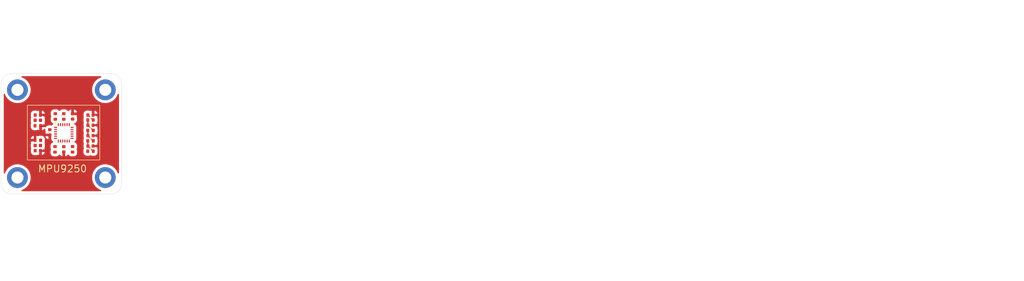
<source format=kicad_pcb>
(kicad_pcb (version 20241229) (generator "pcbnew") (generator_version "9.0")
  (layers (0 "F.Cu" signal) (4 "In1.Cu" signal) (6 "In2.Cu" signal) (2 "B.Cu" signal) (13 "F.Paste" user) (15 "B.Paste" user) (5 "F.SilkS" user "F.Silkscreen") (7 "B.SilkS" user "B.Silkscreen") (1 "F.Mask" user) (3 "B.Mask" user) (25 "Edge.Cuts" user))
  (net 0 "")
  (net 1 "LowPassFilter.STAGE3_OUT")
  (net 2 "gnd_GND")
  (net 3 "Imu.MPU9250.CS_PULLUP")
  (net 4 "PowerLed.L")
  (net 5 "Imu.LED.L")
  (net 6 "Imu.MPU9250.REGOUT")
  (net 7 "Imu.NC")
  (net 8 "Imu.NC_2")
  (net 9 "Imu.NC_3")
  (net 10 "LowPassFilter.STAGE1_OUT")
  (net 11 "SENSOR_OUT")
  (net 12 "i2c_SDA")
  (net 13 "MCU_IN")
  (net 14 "vcc_VCC")
  (net 15 "i2c_SCL")
  (net 16 "LowPassFilter.STAGE2_OUT")
  (net 17 "M0.P1")
  (net 18 "M1.P1")
  (net 19 "M2.P1")
  (net 20 "M3.P1")
  (footprint "MountingHole_2.2mm_M2_DIN965_Pad_TopBottom:MountingHole_2.2mm_M2_DIN965_Pad_TopBottom" (layer "F.Cu") (at 97.393 95.07)
    (property "Reference" "H4" (hide yes))
    (property "Value" "M2 DIN965 TopBottom" (hide yes))
    (pad "1" thru_hole circle (at 0 0) (size 2.6 2.6) (drill 2.2) (layers "*.Cu" "*.Mask") (net 20 "M3.P1"))
    (pad "1" connect circle (at 0 0) (size 3.8 3.8) (layers "F.Cu" "F.Mask") (net 20 "M3.P1"))
    (pad "1" connect circle (at 0 0) (size 3.8 3.8) (layers "B.Cu" "B.Mask") (net 20 "M3.P1"))
  )
  (footprint "C_0402_1005Metric:C_0402_1005Metric" (layer "F.Cu") (at 91.435499 99.920001 90)
    (property "Reference" "C3" (hide yes))
    (property "Value" "100nF" (hide yes))
    (fp_line (start -0.107836 -0.36) (end 0.107836 -0.36) (stroke (width 0.12)) (layer "F.SilkS"))
    (fp_line (start -0.107836 0.36) (end 0.107836 0.36) (stroke (width 0.12)) (layer "F.SilkS"))
    (pad "1" smd roundrect (at -0.48 0 90) (size 0.56 0.62) (layers "F.Cu" "F.Mask" "F.Paste") (net 14 "vcc_VCC"))
    (pad "2" smd roundrect (at 0.48 0 90) (size 0.56 0.62) (layers "F.Cu" "F.Mask" "F.Paste") (net 2 "gnd_GND"))
  )
  (footprint "C_0402_1005Metric:C_0402_1005Metric" (layer "F.Cu") (at 94.702999 103.420001)
    (property "Reference" "C6" (hide yes))
    (property "Value" "10nF" (hide yes))
    (fp_line (start -0.107836 -0.36) (end 0.107836 -0.36) (stroke (width 0.12)) (layer "F.SilkS"))
    (fp_line (start -0.107836 0.36) (end 0.107836 0.36) (stroke (width 0.12)) (layer "F.SilkS"))
    (pad "1" smd roundrect (at -0.48 0) (size 0.56 0.62) (layers "F.Cu" "F.Mask" "F.Paste") (net 16 "LowPassFilter.STAGE2_OUT"))
    (pad "2" smd roundrect (at 0.48 0) (size 0.56 0.62) (layers "F.Cu" "F.Mask" "F.Paste") (net 2 "gnd_GND"))
  )
  (footprint "LED_0402_1005Metric:LED_0402_1005Metric" (layer "F.Cu") (at 85.102999 100.620001)
    (property "Reference" "D1" (hide yes))
    (property "Value" "LED GREEN" (hide yes))
    (fp_circle (center -1.09 0) (end -1.04 0) (stroke (width 0.1)) (fill no) (layer "F.SilkS"))
    (pad "1" smd roundrect (at -0.485 0) (size 0.59 0.64) (layers "F.Cu" "F.Mask" "F.Paste") (net 5 "Imu.LED.L"))
    (pad "2" smd roundrect (at 0.485 0) (size 0.59 0.64) (layers "F.Cu" "F.Mask" "F.Paste") (net 14 "vcc_VCC"))
  )
  (footprint "C_0402_1005Metric:C_0402_1005Metric" (layer "F.Cu") (at 94.702999 101.520001)
    (property "Reference" "C7" (hide yes))
    (property "Value" "10nF" (hide yes))
    (fp_line (start -0.107836 -0.36) (end 0.107836 -0.36) (stroke (width 0.12)) (layer "F.SilkS"))
    (fp_line (start -0.107836 0.36) (end 0.107836 0.36) (stroke (width 0.12)) (layer "F.SilkS"))
    (pad "1" smd roundrect (at -0.48 0) (size 0.56 0.62) (layers "F.Cu" "F.Mask" "F.Paste") (net 1 "LowPassFilter.STAGE3_OUT"))
    (pad "2" smd roundrect (at 0.48 0) (size 0.56 0.62) (layers "F.Cu" "F.Mask" "F.Paste") (net 2 "gnd_GND"))
  )
  (footprint "C_0402_1005Metric:C_0402_1005Metric" (layer "F.Cu") (at 87.285499 102.820001 -90)
    (property "Reference" "C4" (hide yes))
    (property "Value" "10nF" (hide yes))
    (fp_line (start -0.107836 0.36) (end 0.107836 0.36) (stroke (width 0.12)) (layer "F.SilkS"))
    (fp_line (start -0.107836 -0.36) (end 0.107836 -0.36) (stroke (width 0.12)) (layer "F.SilkS"))
    (pad "1" smd roundrect (at -0.48 0 270) (size 0.56 0.62) (layers "F.Cu" "F.Mask" "F.Paste") (net 14 "vcc_VCC"))
    (pad "2" smd roundrect (at 0.48 0 270) (size 0.56 0.62) (layers "F.Cu" "F.Mask" "F.Paste") (net 2 "gnd_GND"))
  )
  (footprint "C_0402_1005Metric:C_0402_1005Metric" (layer "F.Cu") (at 89.835499 105.920001 -90)
    (property "Reference" "C2" (hide yes))
    (property "Value" "100nF" (hide yes))
    (fp_line (start -0.107836 0.36) (end 0.107836 0.36) (stroke (width 0.12)) (layer "F.SilkS"))
    (fp_line (start -0.107836 -0.36) (end 0.107836 -0.36) (stroke (width 0.12)) (layer "F.SilkS"))
    (pad "1" smd roundrect (at -0.48 0 270) (size 0.56 0.62) (layers "F.Cu" "F.Mask" "F.Paste") (net 6 "Imu.MPU9250.REGOUT"))
    (pad "2" smd roundrect (at 0.48 0 270) (size 0.56 0.62) (layers "F.Cu" "F.Mask" "F.Paste") (net 2 "gnd_GND"))
  )
  (footprint "R_0402_1005Metric:R_0402_1005Metric" (layer "F.Cu") (at 85.102999 101.620001)
    (property "Reference" "R1" (hide yes))
    (property "Value" "1k" (hide yes))
    (fp_line (start -0.153641 -0.38) (end 0.153641 -0.38) (stroke (width 0.12)) (layer "F.SilkS"))
    (fp_line (start -0.153641 0.38) (end 0.153641 0.38) (stroke (width 0.12)) (layer "F.SilkS"))
    (pad "1" smd roundrect (at -0.51 0) (size 0.54 0.64) (layers "F.Cu" "F.Mask" "F.Paste") (net 5 "Imu.LED.L"))
    (pad "2" smd roundrect (at 0.51 0) (size 0.54 0.64) (layers "F.Cu" "F.Mask" "F.Paste") (net 2 "gnd_GND"))
  )
  (footprint "MountingHole_2.2mm_M2_DIN965_Pad_TopBottom:MountingHole_2.2mm_M2_DIN965_Pad_TopBottom" (layer "F.Cu") (at 81.393 111.07)
    (property "Reference" "H1" (hide yes))
    (property "Value" "M2 DIN965 TopBottom" (hide yes))
    (pad "1" thru_hole circle (at 0 0) (size 2.6 2.6) (drill 2.2) (layers "*.Cu" "*.Mask") (net 17 "M0.P1"))
    (pad "1" connect circle (at 0 0) (size 3.8 3.8) (layers "F.Cu" "F.Mask") (net 17 "M0.P1"))
    (pad "1" connect circle (at 0 0) (size 3.8 3.8) (layers "B.Cu" "B.Mask") (net 17 "M0.P1"))
  )
  (footprint "R_0402_1005Metric:R_0402_1005Metric" (layer "F.Cu") (at 85.102999 104.270001 180)
    (property "Reference" "R10" (hide yes))
    (property "Value" "1k" (hide yes))
    (fp_line (start -0.153641 0.38) (end 0.153641 0.38) (stroke (width 0.12)) (layer "F.SilkS"))
    (fp_line (start -0.153641 -0.38) (end 0.153641 -0.38) (stroke (width 0.12)) (layer "F.SilkS"))
    (pad "1" smd roundrect (at -0.509999 0 180) (size 0.54 0.64) (layers "F.Cu" "F.Mask" "F.Paste") (net 4 "PowerLed.L"))
    (pad "2" smd roundrect (at 0.509999 0 180) (size 0.54 0.64) (layers "F.Cu" "F.Mask" "F.Paste") (net 2 "gnd_GND"))
  )
  (footprint "R_0402_1005Metric:R_0402_1005Metric" (layer "F.Cu") (at 94.702999 104.37)
    (property "Reference" "R7" (hide yes))
    (property "Value" "820" (hide yes))
    (fp_line (start -0.153641 -0.38) (end 0.153641 -0.38) (stroke (width 0.12)) (layer "F.SilkS"))
    (fp_line (start -0.153641 0.38) (end 0.153641 0.38) (stroke (width 0.12)) (layer "F.SilkS"))
    (pad "1" smd roundrect (at -0.509999 0) (size 0.54 0.64) (layers "F.Cu" "F.Mask" "F.Paste") (net 10 "LowPassFilter.STAGE1_OUT"))
    (pad "2" smd roundrect (at 0.509999 0) (size 0.54 0.64) (layers "F.Cu" "F.Mask" "F.Paste") (net 16 "LowPassFilter.STAGE2_OUT"))
  )
  (footprint "C_0402_1005Metric:C_0402_1005Metric" (layer "F.Cu") (at 85.102999 99.670001)
    (property "Reference" "C1" (hide yes))
    (property "Value" "100nF" (hide yes))
    (fp_line (start -0.107836 -0.36) (end 0.107836 -0.36) (stroke (width 0.12)) (layer "F.SilkS"))
    (fp_line (start -0.107836 0.36) (end 0.107836 0.36) (stroke (width 0.12)) (layer "F.SilkS"))
    (pad "1" smd roundrect (at -0.48 0) (size 0.56 0.62) (layers "F.Cu" "F.Mask" "F.Paste") (net 14 "vcc_VCC"))
    (pad "2" smd roundrect (at 0.48 0) (size 0.56 0.62) (layers "F.Cu" "F.Mask" "F.Paste") (net 2 "gnd_GND"))
  )
  (footprint "R_0402_1005Metric:R_0402_1005Metric" (layer "F.Cu") (at 94.702999 100.57)
    (property "Reference" "R9" (hide yes))
    (property "Value" "820" (hide yes))
    (fp_line (start -0.153641 -0.38) (end 0.153641 -0.38) (stroke (width 0.12)) (layer "F.SilkS"))
    (fp_line (start -0.153641 0.38) (end 0.153641 0.38) (stroke (width 0.12)) (layer "F.SilkS"))
    (pad "1" smd roundrect (at -0.509999 0) (size 0.54 0.64) (layers "F.Cu" "F.Mask" "F.Paste") (net 1 "LowPassFilter.STAGE3_OUT"))
    (pad "2" smd roundrect (at 0.509999 0) (size 0.54 0.64) (layers "F.Cu" "F.Mask" "F.Paste") (net 13 "MCU_IN"))
  )
  (footprint "MountingHole_2.2mm_M2_DIN965_Pad_TopBottom:MountingHole_2.2mm_M2_DIN965_Pad_TopBottom" (layer "F.Cu") (at 97.393 111.07)
    (property "Reference" "H3" (hide yes))
    (property "Value" "M2 DIN965 TopBottom" (hide yes))
    (pad "1" thru_hole circle (at 0 0) (size 2.6 2.6) (drill 2.2) (layers "*.Cu" "*.Mask") (net 19 "M2.P1"))
    (pad "1" connect circle (at 0 0) (size 3.8 3.8) (layers "F.Cu" "F.Mask") (net 19 "M2.P1"))
    (pad "1" connect circle (at 0 0) (size 3.8 3.8) (layers "B.Cu" "B.Mask") (net 19 "M2.P1"))
  )
  (footprint "LED_0402_1005Metric:LED_0402_1005Metric" (layer "F.Cu") (at 85.102999 105.220001)
    (property "Reference" "D2" (hide yes))
    (property "Value" "LED GREEN" (hide yes))
    (fp_circle (center -1.09 0) (end -1.04 0) (stroke (width 0.1)) (fill no) (layer "F.SilkS"))
    (pad "1" smd roundrect (at -0.485 0) (size 0.59 0.64) (layers "F.Cu" "F.Mask" "F.Paste") (net 4 "PowerLed.L"))
    (pad "2" smd roundrect (at 0.485 0) (size 0.59 0.64) (layers "F.Cu" "F.Mask" "F.Paste") (net 14 "vcc_VCC"))
  )
  (footprint "C_0402_1005Metric:C_0402_1005Metric" (layer "F.Cu") (at 94.702999 99.67)
    (property "Reference" "C8" (hide yes))
    (property "Value" "10nF" (hide yes))
    (fp_line (start -0.107836 -0.36) (end 0.107836 -0.36) (stroke (width 0.12)) (layer "F.SilkS"))
    (fp_line (start -0.107836 0.36) (end 0.107836 0.36) (stroke (width 0.12)) (layer "F.SilkS"))
    (pad "1" smd roundrect (at -0.48 0) (size 0.56 0.62) (layers "F.Cu" "F.Mask" "F.Paste") (net 13 "MCU_IN"))
    (pad "2" smd roundrect (at 0.48 0) (size 0.56 0.62) (layers "F.Cu" "F.Mask" "F.Paste") (net 2 "gnd_GND"))
  )
  (footprint "R_0402_1005Metric:R_0402_1005Metric" (layer "F.Cu") (at 91.435499 105.920001 -90)
    (property "Reference" "R5" (hide yes))
    (property "Value" "10k" (hide yes))
    (fp_line (start -0.153641 0.38) (end 0.153641 0.38) (stroke (width 0.12)) (layer "F.SilkS"))
    (fp_line (start -0.153641 -0.38) (end 0.153641 -0.38) (stroke (width 0.12)) (layer "F.SilkS"))
    (pad "1" smd roundrect (at -0.509999 0 270) (size 0.54 0.64) (layers "F.Cu" "F.Mask" "F.Paste") (net 11 "SENSOR_OUT"))
    (pad "2" smd roundrect (at 0.509999 0 270) (size 0.54 0.64) (layers "F.Cu" "F.Mask" "F.Paste") (net 14 "vcc_VCC"))
  )
  (footprint "R_0402_1005Metric:R_0402_1005Metric" (layer "F.Cu") (at 89.835499 99.920001 90)
    (property "Reference" "R3" (hide yes))
    (property "Value" "4.7k" (hide yes))
    (fp_line (start -0.153641 -0.38) (end 0.153641 -0.38) (stroke (width 0.12)) (layer "F.SilkS"))
    (fp_line (start -0.153641 0.38) (end 0.153641 0.38) (stroke (width 0.12)) (layer "F.SilkS"))
    (pad "1" smd roundrect (at -0.509999 0 90) (size 0.54 0.64) (layers "F.Cu" "F.Mask" "F.Paste") (net 7 "Imu.NC"))
    (pad "2" smd roundrect (at 0.509999 0 90) (size 0.54 0.64) (layers "F.Cu" "F.Mask" "F.Paste") (net 14 "vcc_VCC"))
  )
  (footprint "R_0402_1005Metric:R_0402_1005Metric" (layer "F.Cu") (at 88.235499 105.920001 -90)
    (property "Reference" "R2" (hide yes))
    (property "Value" "4.7k" (hide yes))
    (fp_line (start -0.153641 0.38) (end 0.153641 0.38) (stroke (width 0.12)) (layer "F.SilkS"))
    (fp_line (start -0.153641 -0.38) (end 0.153641 -0.38) (stroke (width 0.12)) (layer "F.SilkS"))
    (pad "1" smd roundrect (at -0.509999 0 270) (size 0.54 0.64) (layers "F.Cu" "F.Mask" "F.Paste") (net 8 "Imu.NC_2"))
    (pad "2" smd roundrect (at 0.509999 0 270) (size 0.54 0.64) (layers "F.Cu" "F.Mask" "F.Paste") (net 14 "vcc_VCC"))
  )
  (footprint "InvenSense_QFN-24_3x3mm_P0.4mm:InvenSense_QFN-24_3x3mm_P0.4mm" (layer "F.Cu") (at 89.835499 102.920001)
    (property "Reference" "U1" (hide yes))
    (property "Value" "?" (hide yes))
    (fp_line (start -1.6 1.6) (end -1.6 1.35) (stroke (width 0.12)) (layer "F.SilkS"))
    (fp_line (start -1.6 1.6) (end -1.35 1.6) (stroke (width 0.12)) (layer "F.SilkS"))
    (fp_line (start 1.6 -1.6) (end 1.35 -1.6) (stroke (width 0.12)) (layer "F.SilkS"))
    (fp_line (start 1.6 -1.6) (end 1.6 -1.35) (stroke (width 0.12)) (layer "F.SilkS"))
    (fp_line (start 1.6 1.6) (end 1.35 1.6) (stroke (width 0.12)) (layer "F.SilkS"))
    (fp_line (start 1.6 1.6) (end 1.6 1.35) (stroke (width 0.12)) (layer "F.SilkS"))
    (fp_poly (pts (xy -1.6 -1.6) (xy -1.84 -1.93) (xy -1.36 -1.93) (xy -1.6 -1.6)) (stroke (width 0.12)) (fill yes) (layer "F.SilkS"))
    (pad "1" smd roundrect (at -1.5 -1) (size 0.55 0.2) (layers "F.Cu" "F.Mask" "F.Paste") (net 14 "vcc_VCC"))
    (pad "2" smd roundrect (at -1.5 -0.6) (size 0.55 0.2) (layers "F.Cu" "F.Mask" "F.Paste"))
    (pad "3" smd roundrect (at -1.5 -0.2) (size 0.55 0.2) (layers "F.Cu" "F.Mask" "F.Paste"))
    (pad "4" smd roundrect (at -1.5 0.2) (size 0.55 0.2) (layers "F.Cu" "F.Mask" "F.Paste"))
    (pad "5" smd roundrect (at -1.5 0.6) (size 0.55 0.2) (layers "F.Cu" "F.Mask" "F.Paste"))
    (pad "6" smd roundrect (at -1.5 1) (size 0.55 0.2) (layers "F.Cu" "F.Mask" "F.Paste"))
    (pad "7" smd roundrect (at -1 1.5 90) (size 0.55 0.2) (layers "F.Cu" "F.Mask" "F.Paste") (net 8 "Imu.NC_2"))
    (pad "8" smd roundrect (at -0.6 1.5 90) (size 0.55 0.2) (layers "F.Cu" "F.Mask" "F.Paste") (net 14 "vcc_VCC"))
    (pad "9" smd roundrect (at -0.2 1.5 90) (size 0.55 0.2) (layers "F.Cu" "F.Mask" "F.Paste") (net 2 "gnd_GND"))
    (pad "10" smd roundrect (at 0.2 1.5 90) (size 0.55 0.2) (layers "F.Cu" "F.Mask" "F.Paste") (net 6 "Imu.MPU9250.REGOUT"))
    (pad "11" smd roundrect (at 0.6 1.5 90) (size 0.55 0.2) (layers "F.Cu" "F.Mask" "F.Paste") (net 9 "Imu.NC_3"))
    (pad "12" smd roundrect (at 1 1.5 90) (size 0.55 0.2) (layers "F.Cu" "F.Mask" "F.Paste") (net 11 "SENSOR_OUT"))
    (pad "13" smd roundrect (at 1.5 1) (size 0.55 0.2) (layers "F.Cu" "F.Mask" "F.Paste") (net 14 "vcc_VCC"))
    (pad "14" smd roundrect (at 1.5 0.6) (size 0.55 0.2) (layers "F.Cu" "F.Mask" "F.Paste"))
    (pad "15" smd roundrect (at 1.5 0.2) (size 0.55 0.2) (layers "F.Cu" "F.Mask" "F.Paste"))
    (pad "16" smd roundrect (at 1.5 -0.2) (size 0.55 0.2) (layers "F.Cu" "F.Mask" "F.Paste"))
    (pad "17" smd roundrect (at 1.5 -0.6) (size 0.55 0.2) (layers "F.Cu" "F.Mask" "F.Paste"))
    (pad "18" smd roundrect (at 1.5 -1) (size 0.55 0.2) (layers "F.Cu" "F.Mask" "F.Paste") (net 2 "gnd_GND"))
    (pad "19" smd roundrect (at 1 -1.5 90) (size 0.55 0.2) (layers "F.Cu" "F.Mask" "F.Paste"))
    (pad "20" smd roundrect (at 0.6 -1.5 90) (size 0.55 0.2) (layers "F.Cu" "F.Mask" "F.Paste") (net 2 "gnd_GND"))
    (pad "21" smd roundrect (at 0.2 -1.5 90) (size 0.55 0.2) (layers "F.Cu" "F.Mask" "F.Paste") (net 7 "Imu.NC"))
    (pad "22" smd roundrect (at -0.2 -1.5 90) (size 0.55 0.2) (layers "F.Cu" "F.Mask" "F.Paste") (net 3 "Imu.MPU9250.CS_PULLUP"))
    (pad "23" smd roundrect (at -0.6 -1.5 90) (size 0.55 0.2) (layers "F.Cu" "F.Mask" "F.Paste") (net 15 "i2c_SCL"))
    (pad "24" smd roundrect (at -1 -1.5 90) (size 0.55 0.2) (layers "F.Cu" "F.Mask" "F.Paste") (net 12 "i2c_SDA"))
    (zone (net 0) (net_name "") (layer "F.Cu") (connect_pads (clearance 0)) (min_thickness 0.254)
      (keepout (tracks not_allowed) (vias not_allowed) (pads not_allowed) (copperpour not_allowed) (footprints allowed))
      (fill (thermal_gap 0.508) (thermal_bridge_width 0.508))
      (polygon (pts (xy 88.960499 102.125001) (xy 90.710499 102.125001) (xy 90.710499 103.715001) (xy 88.960499 103.715001)))
    )
  )
  (footprint "C_0402_1005Metric:C_0402_1005Metric" (layer "F.Cu") (at 85.102999 106.170001)
    (property "Reference" "C9" (hide yes))
    (property "Value" "100nF" (hide yes))
    (fp_line (start -0.107836 -0.36) (end 0.107836 -0.36) (stroke (width 0.12)) (layer "F.SilkS"))
    (fp_line (start -0.107836 0.36) (end 0.107836 0.36) (stroke (width 0.12)) (layer "F.SilkS"))
    (pad "1" smd roundrect (at -0.48 0) (size 0.56 0.62) (layers "F.Cu" "F.Mask" "F.Paste") (net 14 "vcc_VCC"))
    (pad "2" smd roundrect (at 0.48 0) (size 0.56 0.62) (layers "F.Cu" "F.Mask" "F.Paste") (net 2 "gnd_GND"))
  )
  (footprint "R_0402_1005Metric:R_0402_1005Metric" (layer "F.Cu") (at 94.702999 102.47)
    (property "Reference" "R8" (hide yes))
    (property "Value" "820" (hide yes))
    (fp_line (start -0.153641 -0.38) (end 0.153641 -0.38) (stroke (width 0.12)) (layer "F.SilkS"))
    (fp_line (start -0.153641 0.38) (end 0.153641 0.38) (stroke (width 0.12)) (layer "F.SilkS"))
    (pad "1" smd roundrect (at -0.509999 0) (size 0.54 0.64) (layers "F.Cu" "F.Mask" "F.Paste") (net 16 "LowPassFilter.STAGE2_OUT"))
    (pad "2" smd roundrect (at 0.509999 0) (size 0.54 0.64) (layers "F.Cu" "F.Mask" "F.Paste") (net 1 "LowPassFilter.STAGE3_OUT"))
  )
  (footprint "MountingHole_2.2mm_M2_DIN965_Pad_TopBottom:MountingHole_2.2mm_M2_DIN965_Pad_TopBottom" (layer "F.Cu") (at 81.393 95.07)
    (property "Reference" "H2" (hide yes))
    (property "Value" "M2 DIN965 TopBottom" (hide yes))
    (pad "1" thru_hole circle (at 0 0) (size 2.6 2.6) (drill 2.2) (layers "*.Cu" "*.Mask") (net 18 "M1.P1"))
    (pad "1" connect circle (at 0 0) (size 3.8 3.8) (layers "F.Cu" "F.Mask") (net 18 "M1.P1"))
    (pad "1" connect circle (at 0 0) (size 3.8 3.8) (layers "B.Cu" "B.Mask") (net 18 "M1.P1"))
  )
  (footprint "R_0402_1005Metric:R_0402_1005Metric" (layer "F.Cu") (at 88.285499 99.920001 90)
    (property "Reference" "R4" (hide yes))
    (property "Value" "10k" (hide yes))
    (fp_line (start -0.153641 -0.38) (end 0.153641 -0.38) (stroke (width 0.12)) (layer "F.SilkS"))
    (fp_line (start -0.153641 0.38) (end 0.153641 0.38) (stroke (width 0.12)) (layer "F.SilkS"))
    (pad "1" smd roundrect (at -0.509999 0 90) (size 0.54 0.64) (layers "F.Cu" "F.Mask" "F.Paste") (net 3 "Imu.MPU9250.CS_PULLUP"))
    (pad "2" smd roundrect (at 0.509999 0 90) (size 0.54 0.64) (layers "F.Cu" "F.Mask" "F.Paste") (net 14 "vcc_VCC"))
  )
  (footprint "R_0402_1005Metric:R_0402_1005Metric" (layer "F.Cu") (at 94.702999 106.27)
    (property "Reference" "R6" (hide yes))
    (property "Value" "820" (hide yes))
    (fp_line (start -0.153641 -0.38) (end 0.153641 -0.38) (stroke (width 0.12)) (layer "F.SilkS"))
    (fp_line (start -0.153641 0.38) (end 0.153641 0.38) (stroke (width 0.12)) (layer "F.SilkS"))
    (pad "1" smd roundrect (at -0.509999 0) (size 0.54 0.64) (layers "F.Cu" "F.Mask" "F.Paste") (net 11 "SENSOR_OUT"))
    (pad "2" smd roundrect (at 0.509999 0) (size 0.54 0.64) (layers "F.Cu" "F.Mask" "F.Paste") (net 10 "LowPassFilter.STAGE1_OUT"))
  )
  (footprint "C_0402_1005Metric:C_0402_1005Metric" (layer "F.Cu") (at 94.702999 105.32)
    (property "Reference" "C5" (hide yes))
    (property "Value" "10nF" (hide yes))
    (fp_line (start -0.107836 -0.36) (end 0.107836 -0.36) (stroke (width 0.12)) (layer "F.SilkS"))
    (fp_line (start -0.107836 0.36) (end 0.107836 0.36) (stroke (width 0.12)) (layer "F.SilkS"))
    (pad "1" smd roundrect (at -0.48 0) (size 0.56 0.62) (layers "F.Cu" "F.Mask" "F.Paste") (net 10 "LowPassFilter.STAGE1_OUT"))
    (pad "2" smd roundrect (at 0.48 0) (size 0.56 0.62) (layers "F.Cu" "F.Mask" "F.Paste") (net 2 "gnd_GND"))
  )
  (gr_rect (start 83.193 97.87) (end 96.393 107.87) (stroke (width 0.1)) (fill no) (layer "F.SilkS"))
  (gr_arc (start 80.393 114.07) (mid 78.978786 113.484214) (end 78.393 112.07) (stroke (width 0.05)) (layer "Edge.Cuts"))
  (gr_arc (start 98.393 92.07) (mid 99.807214 92.655786) (end 100.393 94.07) (stroke (width 0.05)) (layer "Edge.Cuts"))
  (gr_line (start 80.393 92.07) (end 98.393 92.07) (stroke (width 0.05)) (layer "Edge.Cuts"))
  (gr_arc (start 100.393 112.07) (mid 99.807214 113.484214) (end 98.393 114.07) (stroke (width 0.05)) (layer "Edge.Cuts"))
  (gr_line (start 98.393 114.07) (end 80.393 114.07) (stroke (width 0.05)) (layer "Edge.Cuts"))
  (gr_line (start 100.393 94.07) (end 100.393 112.07) (stroke (width 0.05)) (layer "Edge.Cuts"))
  (gr_arc (start 78.393 94.07) (mid 78.978786 92.655786) (end 80.393 92.07) (stroke (width 0.05)) (layer "Edge.Cuts"))
  (gr_line (start 78.393 112.07) (end 78.393 94.07) (stroke (width 0.05)) (layer "Edge.Cuts"))
  (gr_text "MPU9250" (at 89.593 109.47 0) (layer "F.SilkS") (effects (font (size 1.27 1.27))))
  (segment (start 95.212998 102.47) (end 95.172999 102.47) (width 0.2) (layer "F.Cu") (net 1))
  (segment (start 95.172999 102.47) (end 94.222999 101.52) (width 0.2) (layer "F.Cu") (net 1))
  (segment (start 94.222999 101.52) (end 94.222999 100.599999) (width 0.2) (layer "F.Cu") (net 1))
  (segment (start 94.222999 100.599999) (end 94.193 100.57) (width 0.2) (layer "F.Cu") (net 1))
  (segment (start 94.222999 105.32) (end 94.222999 104.399999) (width 0.2) (layer "F.Cu") (net 10))
  (segment (start 95.172999 106.27) (end 94.222999 105.32) (width 0.2) (layer "F.Cu") (net 10))
  (segment (start 94.222999 104.399999) (end 94.193 104.37) (width 0.2) (layer "F.Cu") (net 10))
  (segment (start 95.212998 106.27) (end 95.172999 106.27) (width 0.2) (layer "F.Cu") (net 10))
  (segment (start 94.296449 99.721) (end 94.222999 99.721) (width 0.2) (layer "F.Cu") (net 13))
  (segment (start 95.145449 100.570001) (end 94.296449 99.721) (width 0.2) (layer "F.Cu") (net 13))
  (segment (start 95.212998 100.57) (end 95.145449 100.570001) (width 0.2) (layer "F.Cu") (net 13))
  (segment (start 95.172999 104.37) (end 94.222999 103.42) (width 0.2) (layer "F.Cu") (net 16))
  (segment (start 94.222999 102.499999) (end 94.193 102.47) (width 0.2) (layer "F.Cu") (net 16))
  (segment (start 94.222999 103.42) (end 94.222999 102.499999) (width 0.2) (layer "F.Cu") (net 16))
  (segment (start 95.212998 104.37) (end 95.172999 104.37) (width 0.2) (layer "F.Cu") (net 16))
  (zone (net 2) (net_name "gnd_GND") (layers "F.Cu" "B.Cu" "In1.Cu" "In2.Cu") (connect_pads (clearance 0.5)) (min_thickness 0.25) (fill yes (thermal_gap 0.5) (thermal_bridge_width 0.5))
    (polygon (pts (xy 78.212998 91.878) (xy 100.545998 91.878) (xy 100.545998 114.211) (xy 78.212998 114.211)))
  )
)
</source>
